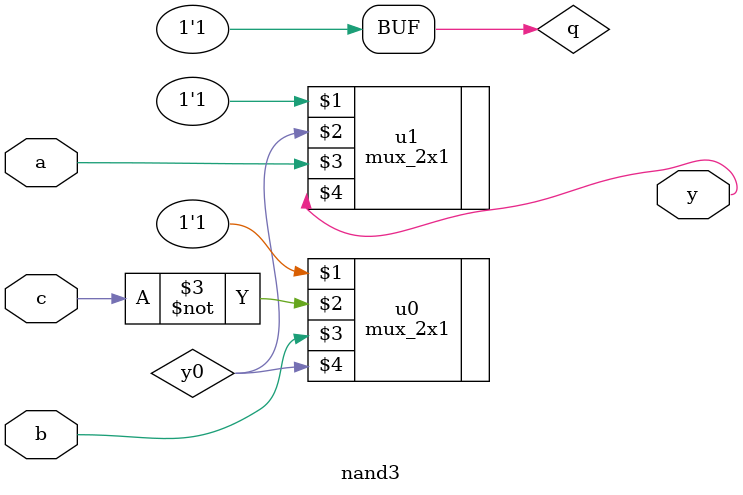
<source format=v>
`include "mux_2x1.v" 
module nand3(a,b,c,y);
input a,b,c;
wire q,y0;
output y;
// mux_2x1(i0, i1, sel, y);

assign q=a|(~a); //q=1;

mux_2x1 u0(q,~c,b,y0);
mux_2x1 u1(q,y0,a,y);

endmodule

</source>
